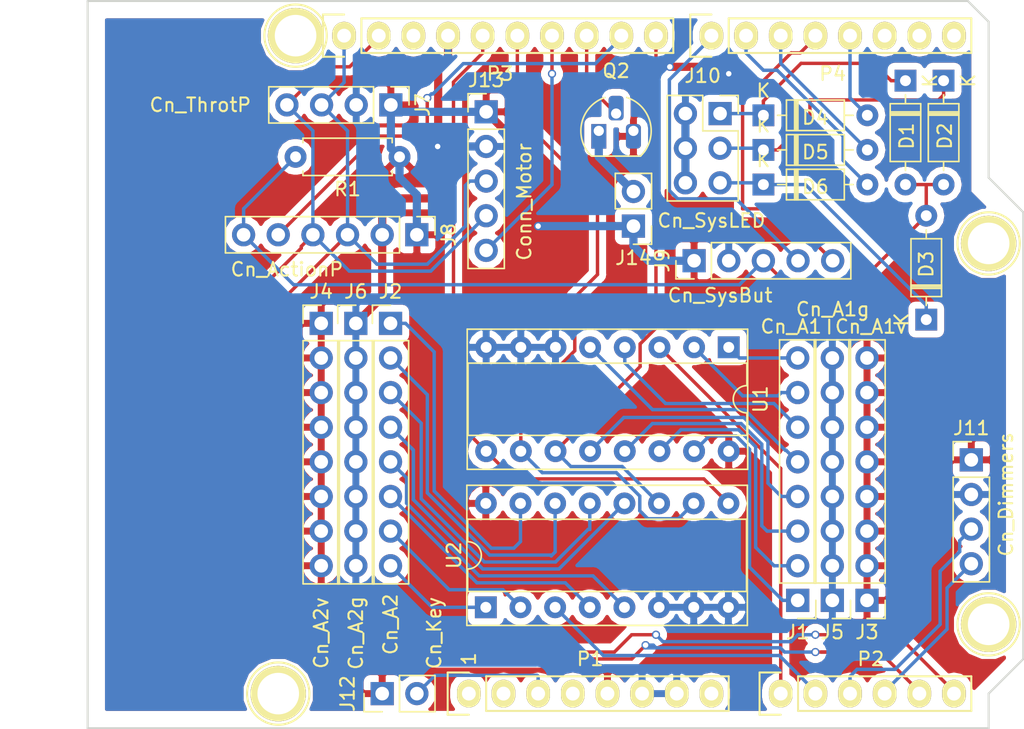
<source format=kicad_pcb>
(kicad_pcb (version 20171130) (host pcbnew "(5.0.1)-4")
  (title_block (date "lun. 30 mars 2015"))
  (layers (0 F.Cu signal) (31 B.Cu signal) (34 B.Paste user) (35 F.Paste user) (36 B.SilkS user) (37 F.SilkS user) (38 B.Mask user) (39 F.Mask user) (44 Edge.Cuts user))
  (net 0 "")
  (net 1 /IOREF)
  (net 2 /Reset)
  (net 3 +5V)
  (net 4 GND)
  (net 5 /Vin)
  (net 6 /A0)
  (net 7 /A1)
  (net 8 /A2)
  (net 9 /A3)
  (net 10 /AREF)
  (net 11 "/A4(SDA)")
  (net 12 "/A5(SCL)")
  (net 13 "/9(**)")
  (net 14 /8)
  (net 15 /7)
  (net 16 "/6(**)")
  (net 17 "/5(**)")
  (net 18 /4)
  (net 19 "/3(**)")
  (net 20 /2)
  (net 21 "/1(Tx)")
  (net 22 "/0(Rx)")
  (net 23 "Net-(P5-Pad1)")
  (net 24 "Net-(P6-Pad1)")
  (net 25 "Net-(P7-Pad1)")
  (net 26 "Net-(P8-Pad1)")
  (net 27 "/13(SCK)")
  (net 28 "/10(**/SS)")
  (net 29 "Net-(P1-Pad1)")
  (net 30 +3V3)
  (net 31 "/12(MISO)")
  (net 32 "/11(**/MOSI)")
  (net 33 /Cty)
  (net 34 /Ctx)
  (net 35 /Cry)
  (net 36 /Crx)
  (net 37 /Thr)
  (net 38 /T_z)
  (net 39 /T_y)
  (net 40 /T_x)
  (net 41 /R_x)
  (net 42 /R_y)
  (net 43 /R_z)
  (net 44 /Au1)
  (net 45 /Au2)
  (net 46 /Au3)
  (net 47 /Au4)
  (net 48 /Au5)
  (net 49 /Ltest)
  (net 50 "Net-(J14-Pad2)")
  (net 51 "Net-(D1-Pad1)")
  (net 52 "Net-(D2-Pad1)")
  (net 53 "Net-(D3-Pad1)")
  (module Socket_Arduino_Uno:Socket_Strip_Arduino_1x08 (layer F.Cu) (at 138.938 123.825)
    (fp_text reference P1 (at 8.89 -2.54) (layer F.SilkS))
    (fp_text value Power)
    (pad 1 thru_hole oval (at 0 0) (size 1.7272 2.032) (drill 1.016) (layers *.Cu *.Mask F.SilkS) (net 29 "Net-(P1-Pad1)"))
    (pad 2 thru_hole oval (at 2.54 0) (size 1.7272 2.032) (drill 1.016) (layers *.Cu *.Mask F.SilkS) (net 1 /IOREF))
    (pad 3 thru_hole oval (at 5.08 0) (size 1.7272 2.032) (drill 1.016) (layers *.Cu *.Mask F.SilkS) (net 2 /Reset))
    (pad 4 thru_hole oval (at 7.62 0) (size 1.7272 2.032) (drill 1.016) (layers *.Cu *.Mask F.SilkS) (net 30 +3V3))
    (pad 5 thru_hole oval (at 10.16 0) (size 1.7272 2.032) (drill 1.016) (layers *.Cu *.Mask F.SilkS) (net 3 +5V))
    (pad 6 thru_hole oval (at 12.7 0) (size 1.7272 2.032) (drill 1.016) (layers *.Cu *.Mask F.SilkS) (net 4 GND))
    (pad 7 thru_hole oval (at 15.24 0) (size 1.7272 2.032) (drill 1.016) (layers *.Cu *.Mask F.SilkS) (net 4 GND))
    (pad 8 thru_hole oval (at 17.78 0) (size 1.7272 2.032) (drill 1.016) (layers *.Cu *.Mask F.SilkS) (net 5 /Vin))
  )
  (module Socket_Arduino_Uno:Socket_Strip_Arduino_1x06 (layer F.Cu) (at 161.798 123.825)
    (fp_text reference P2 (at 6.604 -2.54) (layer F.SilkS))
    (fp_text value Analog)
    (pad 1 thru_hole oval (at 0 0) (size 1.7272 2.032) (drill 1.016) (layers *.Cu *.Mask F.SilkS) (net 6 /A0))
    (pad 2 thru_hole oval (at 2.54 0) (size 1.7272 2.032) (drill 1.016) (layers *.Cu *.Mask F.SilkS) (net 7 /A1))
    (pad 3 thru_hole oval (at 5.08 0) (size 1.7272 2.032) (drill 1.016) (layers *.Cu *.Mask F.SilkS) (net 8 /A2))
    (pad 4 thru_hole oval (at 7.62 0) (size 1.7272 2.032) (drill 1.016) (layers *.Cu *.Mask F.SilkS) (net 9 /A3))
    (pad 5 thru_hole oval (at 10.16 0) (size 1.7272 2.032) (drill 1.016) (layers *.Cu *.Mask F.SilkS) (net 11 "/A4(SDA)"))
    (pad 6 thru_hole oval (at 12.7 0) (size 1.7272 2.032) (drill 1.016) (layers *.Cu *.Mask F.SilkS) (net 12 "/A5(SCL)"))
  )
  (module Socket_Arduino_Uno:Socket_Strip_Arduino_1x10 (layer F.Cu) (at 129.794 75.565)
    (fp_text reference P3 (at 11.43 2.794) (layer F.SilkS))
    (fp_text value Digital)
    (pad 1 thru_hole oval (at 0 0) (size 1.7272 2.032) (drill 1.016) (layers *.Cu *.Mask F.SilkS) (net 12 "/A5(SCL)"))
    (pad 2 thru_hole oval (at 2.54 0) (size 1.7272 2.032) (drill 1.016) (layers *.Cu *.Mask F.SilkS) (net 11 "/A4(SDA)"))
    (pad 3 thru_hole oval (at 5.08 0) (size 1.7272 2.032) (drill 1.016) (layers *.Cu *.Mask F.SilkS) (net 10 /AREF))
    (pad 4 thru_hole oval (at 7.62 0) (size 1.7272 2.032) (drill 1.016) (layers *.Cu *.Mask F.SilkS) (net 4 GND))
    (pad 5 thru_hole oval (at 10.16 0) (size 1.7272 2.032) (drill 1.016) (layers *.Cu *.Mask F.SilkS) (net 27 "/13(SCK)"))
    (pad 6 thru_hole oval (at 12.7 0) (size 1.7272 2.032) (drill 1.016) (layers *.Cu *.Mask F.SilkS) (net 31 "/12(MISO)"))
    (pad 7 thru_hole oval (at 15.24 0) (size 1.7272 2.032) (drill 1.016) (layers *.Cu *.Mask F.SilkS) (net 32 "/11(**/MOSI)"))
    (pad 8 thru_hole oval (at 17.78 0) (size 1.7272 2.032) (drill 1.016) (layers *.Cu *.Mask F.SilkS) (net 28 "/10(**/SS)"))
    (pad 9 thru_hole oval (at 20.32 0) (size 1.7272 2.032) (drill 1.016) (layers *.Cu *.Mask F.SilkS) (net 13 "/9(**)"))
    (pad 10 thru_hole oval (at 22.86 0) (size 1.7272 2.032) (drill 1.016) (layers *.Cu *.Mask F.SilkS) (net 14 /8))
  )
  (module Socket_Arduino_Uno:Socket_Strip_Arduino_1x08 (layer F.Cu) (at 156.718 75.565)
    (fp_text reference P4 (at 8.89 2.794) (layer F.SilkS))
    (fp_text value Digital)
    (pad 1 thru_hole oval (at 0 0) (size 1.7272 2.032) (drill 1.016) (layers *.Cu *.Mask F.SilkS) (net 15 /7))
    (pad 2 thru_hole oval (at 2.54 0) (size 1.7272 2.032) (drill 1.016) (layers *.Cu *.Mask F.SilkS) (net 16 "/6(**)"))
    (pad 3 thru_hole oval (at 5.08 0) (size 1.7272 2.032) (drill 1.016) (layers *.Cu *.Mask F.SilkS) (net 17 "/5(**)"))
    (pad 4 thru_hole oval (at 7.62 0) (size 1.7272 2.032) (drill 1.016) (layers *.Cu *.Mask F.SilkS) (net 18 /4))
    (pad 5 thru_hole oval (at 10.16 0) (size 1.7272 2.032) (drill 1.016) (layers *.Cu *.Mask F.SilkS) (net 19 "/3(**)"))
    (pad 6 thru_hole oval (at 12.7 0) (size 1.7272 2.032) (drill 1.016) (layers *.Cu *.Mask F.SilkS) (net 20 /2))
    (pad 7 thru_hole oval (at 15.24 0) (size 1.7272 2.032) (drill 1.016) (layers *.Cu *.Mask F.SilkS) (net 21 "/1(Tx)"))
    (pad 8 thru_hole oval (at 17.78 0) (size 1.7272 2.032) (drill 1.016) (layers *.Cu *.Mask F.SilkS) (net 22 "/0(Rx)"))
  )
  (module Socket_Arduino_Uno:Arduino_1pin (layer F.Cu) (at 124.968 123.825)
    (fp_text reference P5 hide)
    (fp_text value CONN_01X01 hide)
    (pad 1 thru_hole circle (at 0 0) (size 4.064 4.064) (drill 3.048) (layers *.Cu *.Mask F.SilkS) (net 23 "Net-(P5-Pad1)"))
  )
  (module Socket_Arduino_Uno:Arduino_1pin (layer F.Cu) (at 177.038 118.745)
    (fp_text reference P6 hide)
    (fp_text value CONN_01X01 hide)
    (pad 1 thru_hole circle (at 0 0) (size 4.064 4.064) (drill 3.048) (layers *.Cu *.Mask F.SilkS) (net 24 "Net-(P6-Pad1)"))
  )
  (module Socket_Arduino_Uno:Arduino_1pin (layer F.Cu) (at 126.238 75.565)
    (fp_text reference P7 hide)
    (fp_text value CONN_01X01 hide)
    (pad 1 thru_hole circle (at 0 0) (size 4.064 4.064) (drill 3.048) (layers *.Cu *.Mask F.SilkS) (net 25 "Net-(P7-Pad1)"))
  )
  (module Socket_Arduino_Uno:Arduino_1pin (layer F.Cu) (at 177.038 90.805)
    (fp_text reference P8 hide)
    (fp_text value CONN_01X01 hide)
    (pad 1 thru_hole circle (at 0 0) (size 4.064 4.064) (drill 3.048) (layers *.Cu *.Mask F.SilkS) (net 26 "Net-(P8-Pad1)"))
  )
  (module Diode_THT:D_DO-35_SOD27_P7.62mm_Horizontal (layer F.Cu) (at 170.942 78.867 270)
    (fp_text reference D1 (at 4.064 -0.088 270) (layer F.SilkS))
    (fp_text value D)
    (fp_text user K (at 0 -1.8 270) (layer F.SilkS))
    (pad 2 thru_hole oval (at 7.62 0 270) (size 1.6 1.6) (drill 0.8) (layers *.Cu *.Mask) (net 49 /Ltest))
    (pad 1 thru_hole rect (at 0 0 270) (size 1.6 1.6) (drill 0.8) (layers *.Cu *.Mask) (net 51 "Net-(D1-Pad1)"))
  )
  (module Diode_THT:D_DO-35_SOD27_P7.62mm_Horizontal (layer F.Cu) (at 173.736 78.867 270)
    (fp_text reference D2 (at 4.064 -0.088 270) (layer F.SilkS))
    (fp_text value D)
    (fp_text user K (at 0 -1.8 270) (layer F.SilkS))
    (pad 1 thru_hole rect (at 0 0 270) (size 1.6 1.6) (drill 0.8) (layers *.Cu *.Mask) (net 52 "Net-(D2-Pad1)"))
    (pad 2 thru_hole oval (at 7.62 0 270) (size 1.6 1.6) (drill 0.8) (layers *.Cu *.Mask) (net 49 /Ltest))
  )
  (module Diode_THT:D_DO-35_SOD27_P7.62mm_Horizontal (layer F.Cu) (at 172.466 96.393 90)
    (fp_text reference D3 (at 4.064 0 90) (layer F.SilkS))
    (fp_text value D)
    (fp_text user K (at 0 -1.8 90) (layer F.SilkS))
    (pad 1 thru_hole rect (at 0 0 90) (size 1.6 1.6) (drill 0.8) (layers *.Cu *.Mask) (net 53 "Net-(D3-Pad1)"))
    (pad 2 thru_hole oval (at 7.62 0 90) (size 1.6 1.6) (drill 0.8) (layers *.Cu *.Mask) (net 49 /Ltest))
  )
  (module Connector_PinHeader_2.54mm:PinHeader_1x08_P2.54mm_Vertical (layer F.Cu) (at 163.042662 116.986304 180)
    (fp_text reference J1 (at 0 -2.33 180) (layer F.SilkS))
    (fp_text value Cn_A1 (at 0.482662 20.085304) (layer F.SilkS))
    (pad 8 thru_hole oval (at 0 17.78 180) (size 1.7 1.7) (drill 1) (layers *.Cu *.Mask) (net 36 /Crx))
    (pad 7 thru_hole oval (at 0 15.24 180) (size 1.7 1.7) (drill 1) (layers *.Cu *.Mask) (net 34 /Ctx))
    (pad 6 thru_hole oval (at 0 12.7 180) (size 1.7 1.7) (drill 1) (layers *.Cu *.Mask) (net 33 /Cty))
    (pad 5 thru_hole oval (at 0 10.16 180) (size 1.7 1.7) (drill 1) (layers *.Cu *.Mask) (net 35 /Cry))
    (pad 4 thru_hole oval (at 0 7.62 180) (size 1.7 1.7) (drill 1) (layers *.Cu *.Mask) (net 37 /Thr))
    (pad 3 thru_hole oval (at 0 5.08 180) (size 1.7 1.7) (drill 1) (layers *.Cu *.Mask) (net 40 /T_x))
    (pad 2 thru_hole oval (at 0 2.54 180) (size 1.7 1.7) (drill 1) (layers *.Cu *.Mask) (net 39 /T_y))
    (pad 1 thru_hole rect (at 0 0 180) (size 1.7 1.7) (drill 1) (layers *.Cu *.Mask) (net 38 /T_z))
  )
  (module Connector_PinHeader_2.54mm:PinHeader_1x08_P2.54mm_Vertical (layer F.Cu) (at 133.197662 96.666304)
    (fp_text reference J2 (at 0 -2.33) (layer F.SilkS))
    (fp_text value Cn_A2 (at 0 22.078696 90) (layer F.SilkS))
    (pad 1 thru_hole rect (at 0 0) (size 1.7 1.7) (drill 1) (layers *.Cu *.Mask) (net 43 /R_z))
    (pad 2 thru_hole oval (at 0 2.54) (size 1.7 1.7) (drill 1) (layers *.Cu *.Mask) (net 42 /R_y))
    (pad 3 thru_hole oval (at 0 5.08) (size 1.7 1.7) (drill 1) (layers *.Cu *.Mask) (net 41 /R_x))
    (pad 4 thru_hole oval (at 0 7.62) (size 1.7 1.7) (drill 1) (layers *.Cu *.Mask) (net 44 /Au1))
    (pad 5 thru_hole oval (at 0 10.16) (size 1.7 1.7) (drill 1) (layers *.Cu *.Mask) (net 46 /Au3))
    (pad 6 thru_hole oval (at 0 12.7) (size 1.7 1.7) (drill 1) (layers *.Cu *.Mask) (net 48 /Au5))
    (pad 7 thru_hole oval (at 0 15.24) (size 1.7 1.7) (drill 1) (layers *.Cu *.Mask) (net 47 /Au4))
    (pad 8 thru_hole oval (at 0 17.78) (size 1.7 1.7) (drill 1) (layers *.Cu *.Mask) (net 45 /Au2))
  )
  (module Connector_PinHeader_2.54mm:PinHeader_1x08_P2.54mm_Vertical (layer F.Cu) (at 168.122662 116.986304 180)
    (fp_text reference J3 (at 0 -2.33 180) (layer F.SilkS))
    (fp_text value Cn_A1v (at -0.279338 20.085304) (layer F.SilkS))
    (pad 1 thru_hole rect (at 0 0 180) (size 1.7 1.7) (drill 1) (layers *.Cu *.Mask) (net 3 +5V))
    (pad 2 thru_hole oval (at 0 2.54 180) (size 1.7 1.7) (drill 1) (layers *.Cu *.Mask) (net 3 +5V))
    (pad 3 thru_hole oval (at 0 5.08 180) (size 1.7 1.7) (drill 1) (layers *.Cu *.Mask) (net 3 +5V))
    (pad 4 thru_hole oval (at 0 7.62 180) (size 1.7 1.7) (drill 1) (layers *.Cu *.Mask) (net 3 +5V))
    (pad 5 thru_hole oval (at 0 10.16 180) (size 1.7 1.7) (drill 1) (layers *.Cu *.Mask) (net 3 +5V))
    (pad 6 thru_hole oval (at 0 12.7 180) (size 1.7 1.7) (drill 1) (layers *.Cu *.Mask) (net 3 +5V))
    (pad 7 thru_hole oval (at 0 15.24 180) (size 1.7 1.7) (drill 1) (layers *.Cu *.Mask) (net 3 +5V))
    (pad 8 thru_hole oval (at 0 17.78 180) (size 1.7 1.7) (drill 1) (layers *.Cu *.Mask) (net 3 +5V))
  )
  (module Connector_PinHeader_2.54mm:PinHeader_1x08_P2.54mm_Vertical (layer F.Cu) (at 128.117662 96.666304)
    (fp_text reference J4 (at 0 -2.33) (layer F.SilkS))
    (fp_text value Cn_A2v (at 0 22.713696 90) (layer F.SilkS))
    (pad 1 thru_hole rect (at 0 0) (size 1.7 1.7) (drill 1) (layers *.Cu *.Mask) (net 3 +5V))
    (pad 2 thru_hole oval (at 0 2.54) (size 1.7 1.7) (drill 1) (layers *.Cu *.Mask) (net 3 +5V))
    (pad 3 thru_hole oval (at 0 5.08) (size 1.7 1.7) (drill 1) (layers *.Cu *.Mask) (net 3 +5V))
    (pad 4 thru_hole oval (at 0 7.62) (size 1.7 1.7) (drill 1) (layers *.Cu *.Mask) (net 3 +5V))
    (pad 5 thru_hole oval (at 0 10.16) (size 1.7 1.7) (drill 1) (layers *.Cu *.Mask) (net 3 +5V))
    (pad 6 thru_hole oval (at 0 12.7) (size 1.7 1.7) (drill 1) (layers *.Cu *.Mask) (net 3 +5V))
    (pad 7 thru_hole oval (at 0 15.24) (size 1.7 1.7) (drill 1) (layers *.Cu *.Mask) (net 3 +5V))
    (pad 8 thru_hole oval (at 0 17.78) (size 1.7 1.7) (drill 1) (layers *.Cu *.Mask) (net 3 +5V))
  )
  (module Connector_PinHeader_2.54mm:PinHeader_1x08_P2.54mm_Vertical (layer F.Cu) (at 165.582662 116.986304 180)
    (fp_text reference J5 (at 0 -2.33 180) (layer F.SilkS))
    (fp_text value Cn_A1g (at -0.025338 21.355304) (layer F.SilkS))
    (pad 8 thru_hole oval (at 0 17.78 180) (size 1.7 1.7) (drill 1) (layers *.Cu *.Mask) (net 4 GND))
    (pad 7 thru_hole oval (at 0 15.24 180) (size 1.7 1.7) (drill 1) (layers *.Cu *.Mask) (net 4 GND))
    (pad 6 thru_hole oval (at 0 12.7 180) (size 1.7 1.7) (drill 1) (layers *.Cu *.Mask) (net 4 GND))
    (pad 5 thru_hole oval (at 0 10.16 180) (size 1.7 1.7) (drill 1) (layers *.Cu *.Mask) (net 4 GND))
    (pad 4 thru_hole oval (at 0 7.62 180) (size 1.7 1.7) (drill 1) (layers *.Cu *.Mask) (net 4 GND))
    (pad 3 thru_hole oval (at 0 5.08 180) (size 1.7 1.7) (drill 1) (layers *.Cu *.Mask) (net 4 GND))
    (pad 2 thru_hole oval (at 0 2.54 180) (size 1.7 1.7) (drill 1) (layers *.Cu *.Mask) (net 4 GND))
    (pad 1 thru_hole rect (at 0 0 180) (size 1.7 1.7) (drill 1) (layers *.Cu *.Mask) (net 4 GND))
  )
  (module Connector_PinHeader_2.54mm:PinHeader_1x08_P2.54mm_Vertical (layer F.Cu) (at 130.657662 96.666304)
    (fp_text reference J6 (at 0 -2.33) (layer F.SilkS))
    (fp_text value Cn_A2g (at 0 22.713696 90) (layer F.SilkS))
    (pad 8 thru_hole oval (at 0 17.78) (size 1.7 1.7) (drill 1) (layers *.Cu *.Mask) (net 4 GND))
    (pad 7 thru_hole oval (at 0 15.24) (size 1.7 1.7) (drill 1) (layers *.Cu *.Mask) (net 4 GND))
    (pad 6 thru_hole oval (at 0 12.7) (size 1.7 1.7) (drill 1) (layers *.Cu *.Mask) (net 4 GND))
    (pad 5 thru_hole oval (at 0 10.16) (size 1.7 1.7) (drill 1) (layers *.Cu *.Mask) (net 4 GND))
    (pad 4 thru_hole oval (at 0 7.62) (size 1.7 1.7) (drill 1) (layers *.Cu *.Mask) (net 4 GND))
    (pad 3 thru_hole oval (at 0 5.08) (size 1.7 1.7) (drill 1) (layers *.Cu *.Mask) (net 4 GND))
    (pad 2 thru_hole oval (at 0 2.54) (size 1.7 1.7) (drill 1) (layers *.Cu *.Mask) (net 4 GND))
    (pad 1 thru_hole rect (at 0 0) (size 1.7 1.7) (drill 1) (layers *.Cu *.Mask) (net 4 GND))
  )
  (module Connector_PinHeader_2.54mm:PinHeader_1x04_P2.54mm_Vertical (layer F.Cu) (at 133.223 80.645 270)
    (fp_text reference J7 (at 0 -2.33 270) (layer F.SilkS))
    (fp_text value Cn_ThrotP (at 0 13.97 180) (layer F.SilkS))
    (pad 4 thru_hole oval (at 0 7.62 270) (size 1.7 1.7) (drill 1) (layers *.Cu *.Mask) (net 11 "/A4(SDA)"))
    (pad 3 thru_hole oval (at 0 5.08 270) (size 1.7 1.7) (drill 1) (layers *.Cu *.Mask) (net 12 "/A5(SCL)"))
    (pad 2 thru_hole oval (at 0 2.54 270) (size 1.7 1.7) (drill 1) (layers *.Cu *.Mask) (net 4 GND))
    (pad 1 thru_hole rect (at 0 0 270) (size 1.7 1.7) (drill 1) (layers *.Cu *.Mask) (net 3 +5V))
  )
  (module Connector_PinHeader_2.54mm:PinHeader_1x06_P2.54mm_Vertical (layer F.Cu) (at 135.128 90.17 270)
    (fp_text reference J8 (at 0 -2.33 270) (layer F.SilkS))
    (fp_text value Cn_ActionP (at 2.54 9.525) (layer F.SilkS))
    (pad 1 thru_hole rect (at 0 0 270) (size 1.7 1.7) (drill 1) (layers *.Cu *.Mask) (net 3 +5V))
    (pad 2 thru_hole oval (at 0 2.54 270) (size 1.7 1.7) (drill 1) (layers *.Cu *.Mask) (net 4 GND))
    (pad 3 thru_hole oval (at 0 5.08 270) (size 1.7 1.7) (drill 1) (layers *.Cu *.Mask) (net 12 "/A5(SCL)"))
    (pad 4 thru_hole oval (at 0 7.62 270) (size 1.7 1.7) (drill 1) (layers *.Cu *.Mask) (net 11 "/A4(SDA)"))
    (pad 5 thru_hole oval (at 0 10.16 270) (size 1.7 1.7) (drill 1) (layers *.Cu *.Mask) (net 13 "/9(**)"))
    (pad 6 thru_hole oval (at 0 12.7 270) (size 1.7 1.7) (drill 1) (layers *.Cu *.Mask) (net 49 /Ltest))
  )
  (module Connector_PinHeader_2.54mm:PinHeader_1x05_P2.54mm_Vertical (layer F.Cu) (at 155.448 92.075 90)
    (fp_text reference J9 (at 0 -2.33 90) (layer F.SilkS))
    (fp_text value Cn_SysBut (at -2.54 1.905 180) (layer F.SilkS))
    (pad 1 thru_hole rect (at 0 0 90) (size 1.7 1.7) (drill 1) (layers *.Cu *.Mask) (net 3 +5V))
    (pad 2 thru_hole oval (at 0 2.54 90) (size 1.7 1.7) (drill 1) (layers *.Cu *.Mask) (net 4 GND))
    (pad 3 thru_hole oval (at 0 5.08 90) (size 1.7 1.7) (drill 1) (layers *.Cu *.Mask) (net 49 /Ltest))
    (pad 4 thru_hole oval (at 0 7.62 90) (size 1.7 1.7) (drill 1) (layers *.Cu *.Mask) (net 15 /7))
    (pad 5 thru_hole oval (at 0 10.16 90) (size 1.7 1.7) (drill 1) (layers *.Cu *.Mask) (net 18 /4))
  )
  (module Connector_PinHeader_2.54mm:PinHeader_1x04_P2.54mm_Vertical (layer F.Cu) (at 175.768 106.68)
    (fp_text reference J11 (at 0 -2.33) (layer F.SilkS))
    (fp_text value Cn_Dimmers (at 2.54 2.54 -90) (layer F.SilkS))
    (pad 1 thru_hole rect (at 0 0) (size 1.7 1.7) (drill 1) (layers *.Cu *.Mask) (net 3 +5V))
    (pad 2 thru_hole oval (at 0 2.54) (size 1.7 1.7) (drill 1) (layers *.Cu *.Mask) (net 4 GND))
    (pad 3 thru_hole oval (at 0 5.08) (size 1.7 1.7) (drill 1) (layers *.Cu *.Mask) (net 8 /A2))
    (pad 4 thru_hole oval (at 0 7.62) (size 1.7 1.7) (drill 1) (layers *.Cu *.Mask) (net 9 /A3))
  )
  (module Connector_PinHeader_2.54mm:PinHeader_1x02_P2.54mm_Vertical (layer F.Cu) (at 132.588 123.825 90)
    (fp_text reference J12 (at 0 -2.54 90) (layer F.SilkS))
    (fp_text value Cn_Key (at 4.445 3.81 270) (layer F.SilkS))
    (pad 2 thru_hole oval (at 0 2.54 90) (size 1.7 1.7) (drill 1) (layers *.Cu *.Mask) (net 2 /Reset))
    (pad 1 thru_hole rect (at 0 0 90) (size 1.7 1.7) (drill 1) (layers *.Cu *.Mask) (net 3 +5V))
  )
  (module Connector_PinHeader_2.54mm:PinHeader_1x02_P2.54mm_Vertical (layer F.Cu) (at 151.003 89.535 180)
    (fp_text reference J14 (at 0 -2.33 180) (layer F.SilkS))
    (fp_text value Cn_Back)
    (pad 1 thru_hole rect (at 0 0 180) (size 1.7 1.7) (drill 1) (layers *.Cu *.Mask) (net 3 +5V))
    (pad 2 thru_hole oval (at 0 2.54 180) (size 1.7 1.7) (drill 1) (layers *.Cu *.Mask) (net 50 "Net-(J14-Pad2)"))
  )
  (module Package_TO_SOT_THT:TO-92_HandSolder (layer F.Cu) (at 148.463 82.55)
    (fp_text reference Q2 (at 1.27 -4.4) (layer F.SilkS))
    (fp_text value 2N2219)
    (pad 1 thru_hole rect (at 0 0) (size 1.1 1.8) (drill 0.75 (offset 0 0.4)) (layers *.Cu *.Mask) (net 50 "Net-(J14-Pad2)"))
    (pad 3 thru_hole roundrect (at 2.54 0) (size 1.1 1.8) (drill 0.75 (offset 0 0.4)) (layers *.Cu *.Mask) (net 3 +5V))
    (pad 2 thru_hole roundrect (at 1.27 -1.27) (size 1.1 1.8) (drill 0.75 (offset 0 -0.4)) (layers *.Cu *.Mask) (net 28 "/10(**/SS)"))
  )
  (module Resistor_THT:R_Axial_DIN0207_L6.3mm_D2.5mm_P7.62mm_Horizontal (layer F.Cu) (at 133.858 84.455 180)
    (fp_text reference R1 (at 3.81 -2.37 180) (layer F.SilkS))
    (fp_text value 10k)
    (pad 1 thru_hole circle (at 0 0 180) (size 1.6 1.6) (drill 0.8) (layers *.Cu *.Mask) (net 3 +5V))
    (pad 2 thru_hole oval (at 7.62 0 180) (size 1.6 1.6) (drill 0.8) (layers *.Cu *.Mask) (net 49 /Ltest))
  )
  (module Package_DIP:DIP-16_W7.62mm_Socket (layer F.Cu) (at 157.988 98.425 270)
    (fp_text reference U1 (at 3.81 -2.33 270) (layer F.SilkS))
    (fp_text value 74HC4051)
    (pad 1 thru_hole rect (at 0 0 270) (size 1.6 1.6) (drill 0.8) (layers *.Cu *.Mask) (net 36 /Crx))
    (pad 9 thru_hole oval (at 7.62 17.78 270) (size 1.6 1.6) (drill 0.8) (layers *.Cu *.Mask) (net 27 "/13(SCK)"))
    (pad 2 thru_hole oval (at 0 2.54 270) (size 1.6 1.6) (drill 0.8) (layers *.Cu *.Mask) (net 34 /Ctx))
    (pad 10 thru_hole oval (at 7.62 15.24 270) (size 1.6 1.6) (drill 0.8) (layers *.Cu *.Mask) (net 31 "/12(MISO)"))
    (pad 3 thru_hole oval (at 0 5.08 270) (size 1.6 1.6) (drill 0.8) (layers *.Cu *.Mask) (net 6 /A0))
    (pad 11 thru_hole oval (at 7.62 12.7 270) (size 1.6 1.6) (drill 0.8) (layers *.Cu *.Mask) (net 14 /8))
    (pad 4 thru_hole oval (at 0 7.62 270) (size 1.6 1.6) (drill 0.8) (layers *.Cu *.Mask) (net 33 /Cty))
    (pad 12 thru_hole oval (at 7.62 10.16 270) (size 1.6 1.6) (drill 0.8) (layers *.Cu *.Mask) (net 37 /Thr))
    (pad 5 thru_hole oval (at 0 10.16 270) (size 1.6 1.6) (drill 0.8) (layers *.Cu *.Mask) (net 35 /Cry))
    (pad 13 thru_hole oval (at 7.62 7.62 270) (size 1.6 1.6) (drill 0.8) (layers *.Cu *.Mask) (net 40 /T_x))
    (pad 6 thru_hole oval (at 0 12.7 270) (size 1.6 1.6) (drill 0.8) (layers *.Cu *.Mask) (net 4 GND))
    (pad 14 thru_hole oval (at 7.62 5.08 270) (size 1.6 1.6) (drill 0.8) (layers *.Cu *.Mask) (net 39 /T_y))
    (pad 7 thru_hole oval (at 0 15.24 270) (size 1.6 1.6) (drill 0.8) (layers *.Cu *.Mask) (net 4 GND))
    (pad 15 thru_hole oval (at 7.62 2.54 270) (size 1.6 1.6) (drill 0.8) (layers *.Cu *.Mask) (net 38 /T_z))
    (pad 8 thru_hole oval (at 0 17.78 270) (size 1.6 1.6) (drill 0.8) (layers *.Cu *.Mask) (net 4 GND))
    (pad 16 thru_hole oval (at 7.62 0 270) (size 1.6 1.6) (drill 0.8) (layers *.Cu *.Mask) (net 3 +5V))
  )
  (module Package_DIP:DIP-16_W7.62mm_Socket (layer F.Cu) (at 140.182662 117.494304 90)
    (fp_text reference U2 (at 3.81 -2.33 90) (layer F.SilkS))
    (fp_text value 74HC4051)
    (pad 16 thru_hole oval (at 7.62 0 90) (size 1.6 1.6) (drill 0.8) (layers *.Cu *.Mask) (net 3 +5V))
    (pad 8 thru_hole oval (at 0 17.78 90) (size 1.6 1.6) (drill 0.8) (layers *.Cu *.Mask) (net 4 GND))
    (pad 15 thru_hole oval (at 7.62 2.54 90) (size 1.6 1.6) (drill 0.8) (layers *.Cu *.Mask) (net 43 /R_z))
    (pad 7 thru_hole oval (at 0 15.24 90) (size 1.6 1.6) (drill 0.8) (layers *.Cu *.Mask) (net 4 GND))
    (pad 14 thru_hole oval (at 7.62 5.08 90) (size 1.6 1.6) (drill 0.8) (layers *.Cu *.Mask) (net 42 /R_y))
    (pad 6 thru_hole oval (at 0 12.7 90) (size 1.6 1.6) (drill 0.8) (layers *.Cu *.Mask) (net 4 GND))
    (pad 13 thru_hole oval (at 7.62 7.62 90) (size 1.6 1.6) (drill 0.8) (layers *.Cu *.Mask) (net 41 /R_x))
    (pad 5 thru_hole oval (at 0 10.16 90) (size 1.6 1.6) (drill 0.8) (layers *.Cu *.Mask) (net 46 /Au3))
    (pad 12 thru_hole oval (at 7.62 10.16 90) (size 1.6 1.6) (drill 0.8) (layers *.Cu *.Mask) (net 44 /Au1))
    (pad 4 thru_hole oval (at 0 7.62 90) (size 1.6 1.6) (drill 0.8) (layers *.Cu *.Mask) (net 48 /Au5))
    (pad 11 thru_hole oval (at 7.62 12.7 90) (size 1.6 1.6) (drill 0.8) (layers *.Cu *.Mask) (net 14 /8))
    (pad 3 thru_hole oval (at 0 5.08 90) (size 1.6 1.6) (drill 0.8) (layers *.Cu *.Mask) (net 7 /A1))
    (pad 10 thru_hole oval (at 7.62 15.24 90) (size 1.6 1.6) (drill 0.8) (layers *.Cu *.Mask) (net 31 "/12(MISO)"))
    (pad 2 thru_hole oval (at 0 2.54 90) (size 1.6 1.6) (drill 0.8) (layers *.Cu *.Mask) (net 47 /Au4))
    (pad 9 thru_hole oval (at 7.62 17.78 90) (size 1.6 1.6) (drill 0.8) (layers *.Cu *.Mask) (net 27 "/13(SCK)"))
    (pad 1 thru_hole rect (at 0 0 90) (size 1.6 1.6) (drill 0.8) (layers *.Cu *.Mask) (net 45 /Au2))
  )
  (module Connector_PinSocket_2.54mm:PinSocket_2x03_P2.54mm_Vertical (layer F.Cu) (at 157.353 81.28)
    (fp_text reference J10 (at -1.27 -2.77) (layer F.SilkS))
    (fp_text value Cn_SysLED (at -0.635 7.85) (layer F.SilkS))
    (pad 1 thru_hole rect (at 0 0) (size 1.7 1.7) (drill 1) (layers *.Cu *.Mask) (net 51 "Net-(D1-Pad1)"))
    (pad 2 thru_hole oval (at -2.54 0) (size 1.7 1.7) (drill 1) (layers *.Cu *.Mask) (net 4 GND))
    (pad 3 thru_hole oval (at 0 2.54) (size 1.7 1.7) (drill 1) (layers *.Cu *.Mask) (net 52 "Net-(D2-Pad1)"))
    (pad 4 thru_hole oval (at -2.54 2.54) (size 1.7 1.7) (drill 1) (layers *.Cu *.Mask) (net 4 GND))
    (pad 5 thru_hole oval (at 0 5.08) (size 1.7 1.7) (drill 1) (layers *.Cu *.Mask) (net 53 "Net-(D3-Pad1)"))
    (pad 6 thru_hole oval (at -2.54 5.08) (size 1.7 1.7) (drill 1) (layers *.Cu *.Mask) (net 4 GND))
  )
  (module Diode_THT:D_DO-35_SOD27_P7.62mm_Horizontal (layer F.Cu) (at 160.528 81.407)
    (fp_text reference D4 (at 3.81 0.166) (layer F.SilkS))
    (fp_text value D)
    (fp_text user K (at 0 -1.8) (layer F.SilkS))
    (pad 1 thru_hole rect (at 0 0) (size 1.6 1.6) (drill 0.8) (layers *.Cu *.Mask) (net 51 "Net-(D1-Pad1)"))
    (pad 2 thru_hole oval (at 7.62 0) (size 1.6 1.6) (drill 0.8) (layers *.Cu *.Mask) (net 19 "/3(**)"))
  )
  (module Diode_THT:D_DO-35_SOD27_P7.62mm_Horizontal (layer F.Cu) (at 160.528 83.947)
    (fp_text reference D5 (at 3.81 0.166) (layer F.SilkS))
    (fp_text value D)
    (fp_text user K (at 0 -1.8) (layer F.SilkS))
    (pad 2 thru_hole oval (at 7.62 0) (size 1.6 1.6) (drill 0.8) (layers *.Cu *.Mask) (net 17 "/5(**)"))
    (pad 1 thru_hole rect (at 0 0) (size 1.6 1.6) (drill 0.8) (layers *.Cu *.Mask) (net 52 "Net-(D2-Pad1)"))
  )
  (module Diode_THT:D_DO-35_SOD27_P7.62mm_Horizontal (layer F.Cu) (at 160.528 86.487)
    (fp_text reference D6 (at 3.81 0.166) (layer F.SilkS))
    (fp_text value D)
    (fp_text user K (at 0 -1.8) (layer F.SilkS))
    (pad 1 thru_hole rect (at 0 0) (size 1.6 1.6) (drill 0.8) (layers *.Cu *.Mask) (net 53 "Net-(D3-Pad1)"))
    (pad 2 thru_hole oval (at 7.62 0) (size 1.6 1.6) (drill 0.8) (layers *.Cu *.Mask) (net 16 "/6(**)"))
  )
  (module Connector_PinHeader_2.54mm:PinHeader_1x05_P2.54mm_Vertical (layer F.Cu) (at 140.208 81.153)
    (fp_text reference J13 (at 0 -2.33) (layer F.SilkS))
    (fp_text value Conn_Motor (at 2.794 6.604 90) (layer F.SilkS))
    (pad 1 thru_hole rect (at 0 0) (size 1.7 1.7) (drill 1) (layers *.Cu *.Mask) (net 3 +5V))
    (pad 2 thru_hole oval (at 0 2.54) (size 1.7 1.7) (drill 1) (layers *.Cu *.Mask) (net 4 GND))
    (pad 3 thru_hole oval (at 0 5.08) (size 1.7 1.7) (drill 1) (layers *.Cu *.Mask) (net 12 "/A5(SCL)"))
    (pad 4 thru_hole oval (at 0 7.62) (size 1.7 1.7) (drill 1) (layers *.Cu *.Mask) (net 11 "/A4(SDA)"))
    (pad 5 thru_hole oval (at 0 10.16) (size 1.7 1.7) (drill 1) (layers *.Cu *.Mask) (net 32 "/11(**/MOSI)"))
  )
  (gr_line (start 165.354 96.393) (end 165.354 97.409) (layer F.SilkS) (width 0.15))
  (gr_text 1 (at 138.938 121.285 90) (layer F.SilkS) (effects (font (size 1 1))))
  (gr_line (start 177.038 74.549) (end 175.514 73.025) (angle 90) (layer Edge.Cuts) (width 0.15))
  (gr_line (start 177.038 85.979) (end 177.038 74.549) (angle 90) (layer Edge.Cuts) (width 0.15))
  (gr_line (start 179.578 88.519) (end 177.038 85.979) (angle 90) (layer Edge.Cuts) (width 0.15))
  (gr_line (start 179.578 121.285) (end 179.578 88.519) (angle 90) (layer Edge.Cuts) (width 0.15))
  (gr_line (start 177.038 123.825) (end 179.578 121.285) (angle 90) (layer Edge.Cuts) (width 0.15))
  (gr_line (start 177.038 126.365) (end 177.038 123.825) (angle 90) (layer Edge.Cuts) (width 0.15))
  (gr_line (start 110.998 126.365) (end 177.038 126.365) (angle 90) (layer Edge.Cuts) (width 0.15))
  (gr_line (start 110.998 73.025) (end 110.998 126.365) (angle 90) (layer Edge.Cuts) (width 0.15))
  (gr_line (start 175.514 73.025) (end 110.998 73.025) (angle 90) (layer Edge.Cuts) (width 0.15))
  (segment (start 135.977999 122.975001) (end 135.128 123.825) (width 0.25) (layer B.Cu) (net 2))
  (segment (start 136.46901 122.48399) (end 135.977999 122.975001) (width 0.25) (layer B.Cu) (net 2))
  (segment (start 143.94299 122.48399) (end 136.46901 122.48399) (width 0.25) (layer B.Cu) (net 2))
  (segment (start 144.018 122.559) (end 143.94299 122.48399) (width 0.25) (layer B.Cu) (net 2))
  (segment (start 144.018 123.825) (end 144.018 122.559) (width 0.25) (layer B.Cu) (net 2))
  (segment (start 151.003 90.985) (end 151.003 89.535) (width 0.6) (layer B.Cu) (net 3))
  (segment (start 152.093 92.075) (end 151.003 90.985) (width 0.6) (layer B.Cu) (net 3))
  (segment (start 155.448 92.075) (end 152.093 92.075) (width 0.6) (layer B.Cu) (net 3))
  (segment (start 133.731 81.153) (end 133.223 80.645) (width 0.6) (layer B.Cu) (net 3))
  (segment (start 140.208 81.153) (end 133.731 81.153) (width 0.6) (layer B.Cu) (net 3))
  (segment (start 133.223 83.82) (end 133.858 84.455) (width 0.6) (layer B.Cu) (net 3))
  (segment (start 133.223 80.645) (end 133.223 83.82) (width 0.6) (layer B.Cu) (net 3))
  (segment (start 133.858 84.455) (end 133.858 85.979) (width 0.6) (layer B.Cu) (net 3))
  (segment (start 135.128 87.249) (end 135.128 90.17) (width 0.6) (layer B.Cu) (net 3))
  (segment (start 133.858 85.979) (end 135.128 87.249) (width 0.6) (layer B.Cu) (net 3))
  (segment (start 151.003 89.535) (end 144.018 89.535) (width 0.6) (layer B.Cu) (net 3))
  (via (at 144.018 89.535) (size 0.6) (drill 0.4) (layers F.Cu B.Cu) (net 3))
  (segment (start 144.018 89.110736) (end 143.256 88.348736) (width 0.6) (layer F.Cu) (net 3))
  (segment (start 144.018 89.535) (end 144.018 89.110736) (width 0.6) (layer F.Cu) (net 3))
  (segment (start 143.256 84.201) (end 140.208 81.153) (width 0.6) (layer F.Cu) (net 3))
  (segment (start 143.256 88.348736) (end 143.256 84.201) (width 0.6) (layer F.Cu) (net 3))
  (via (at 157.988 78.359) (size 0.6) (drill 0.4) (layers F.Cu B.Cu) (net 4))
  (segment (start 132.588 94.735966) (end 130.657662 96.666304) (width 0.6) (layer F.Cu) (net 4))
  (segment (start 132.588 90.17) (end 132.588 94.735966) (width 0.6) (layer F.Cu) (net 4))
  (segment (start 154.813 86.36) (end 154.813 83.82) (width 0.6) (layer B.Cu) (net 4))
  (segment (start 154.813 83.82) (end 154.813 81.28) (width 0.6) (layer B.Cu) (net 4))
  (via (at 153.67 77.851) (size 0.6) (drill 0.4) (layers F.Cu B.Cu) (net 4))
  (segment (start 157.48 77.851) (end 157.988 78.359) (width 0.6) (layer F.Cu) (net 4))
  (segment (start 153.67 77.851) (end 157.48 77.851) (width 0.6) (layer F.Cu) (net 4))
  (segment (start 140.208 83.693) (end 136.652 83.693) (width 0.6) (layer B.Cu) (net 4))
  (segment (start 136.690001 77.904999) (end 136.690001 83.654999) (width 0.6) (layer F.Cu) (net 4))
  (segment (start 137.414 75.565) (end 137.414 77.181) (width 0.6) (layer F.Cu) (net 4))
  (segment (start 137.414 77.181) (end 136.690001 77.904999) (width 0.6) (layer F.Cu) (net 4))
  (via (at 136.652 83.693) (size 0.6) (drill 0.4) (layers F.Cu B.Cu) (net 4))
  (segment (start 132.588 90.17) (end 132.588 88.773) (width 0.6) (layer F.Cu) (net 4))
  (segment (start 132.588 88.773) (end 133.858 87.503) (width 0.6) (layer F.Cu) (net 4))
  (segment (start 133.858 87.503) (end 136.652 87.503) (width 0.6) (layer F.Cu) (net 4))
  (segment (start 136.652 87.503) (end 136.652 83.693) (width 0.6) (layer F.Cu) (net 4))
  (segment (start 161.798 107.315) (end 152.908 98.425) (width 0.25) (layer F.Cu) (net 6))
  (segment (start 161.798 123.825) (end 161.798 107.315) (width 0.25) (layer F.Cu) (net 6))
  (segment (start 164.338 123.6726) (end 164.338 123.825) (width 0.25) (layer B.Cu) (net 7))
  (segment (start 161.6964 121.031) (end 164.338 123.6726) (width 0.25) (layer B.Cu) (net 7))
  (segment (start 148.799358 121.031) (end 161.6964 121.031) (width 0.25) (layer B.Cu) (net 7))
  (segment (start 145.262662 117.494304) (end 148.799358 121.031) (width 0.25) (layer B.Cu) (net 7))
  (segment (start 174.918001 113.410997) (end 173.482 114.846998) (width 0.25) (layer B.Cu) (net 8))
  (segment (start 175.768 111.76) (end 174.918001 112.609999) (width 0.25) (layer B.Cu) (net 8))
  (segment (start 174.918001 112.609999) (end 174.918001 113.410997) (width 0.25) (layer B.Cu) (net 8))
  (segment (start 173.482 114.846998) (end 173.482 118.745) (width 0.25) (layer B.Cu) (net 8))
  (segment (start 173.482 118.745) (end 170.18 122.047) (width 0.25) (layer B.Cu) (net 8))
  (segment (start 166.878 122.559) (end 166.878 123.825) (width 0.25) (layer B.Cu) (net 8))
  (segment (start 167.39 122.047) (end 166.878 122.559) (width 0.25) (layer B.Cu) (net 8))
  (segment (start 170.18 122.047) (end 167.39 122.047) (width 0.25) (layer B.Cu) (net 8))
  (segment (start 169.418 123.825) (end 169.418 123.6726) (width 0.25) (layer B.Cu) (net 9))
  (segment (start 169.418 123.6726) (end 173.99 119.1006) (width 0.25) (layer B.Cu) (net 9))
  (segment (start 173.99 116.078) (end 175.768 114.3) (width 0.25) (layer B.Cu) (net 9))
  (segment (start 173.99 119.1006) (end 173.99 116.078) (width 0.25) (layer B.Cu) (net 9))
  (segment (start 132.334 76.454) (end 132.334 75.565) (width 0.25) (layer B.Cu) (net 11))
  (segment (start 171.958 123.825) (end 171.958 123.6726) (width 0.25) (layer F.Cu) (net 11))
  (segment (start 132.334 75.7174) (end 130.2004 77.851) (width 0.25) (layer F.Cu) (net 11))
  (segment (start 132.334 75.565) (end 132.334 75.7174) (width 0.25) (layer F.Cu) (net 11))
  (segment (start 128.397 77.851) (end 125.603 80.645) (width 0.25) (layer F.Cu) (net 11))
  (segment (start 130.2004 77.851) (end 128.397 77.851) (width 0.25) (layer F.Cu) (net 11))
  (segment (start 171.958 123.6726) (end 169.0624 120.777) (width 0.25) (layer F.Cu) (net 11))
  (segment (start 169.0624 120.777) (end 164.338 120.777) (width 0.25) (layer F.Cu) (net 11))
  (via (at 164.338 120.777) (size 0.6) (drill 0.4) (layers F.Cu B.Cu) (net 11))
  (segment (start 164.338 120.777) (end 162.07881 120.777) (width 0.25) (layer B.Cu) (net 11))
  (segment (start 162.07881 120.777) (end 161.76682 120.46501) (width 0.25) (layer B.Cu) (net 11))
  (segment (start 149.606 120.777) (end 150.876 119.507) (width 0.25) (layer F.Cu) (net 12))
  (segment (start 129.99001 120.777) (end 149.606 120.777) (width 0.25) (layer F.Cu) (net 12))
  (segment (start 124.14801 114.935) (end 129.99001 120.777) (width 0.25) (layer F.Cu) (net 12))
  (segment (start 124.14801 96.06999) (end 124.14801 114.935) (width 0.25) (layer F.Cu) (net 12))
  (segment (start 130.048 90.17) (end 124.14801 96.06999) (width 0.25) (layer F.Cu) (net 12))
  (segment (start 130.048 90.17) (end 130.048 82.55) (width 0.25) (layer B.Cu) (net 12))
  (segment (start 130.048 82.55) (end 128.143 80.645) (width 0.25) (layer B.Cu) (net 12))
  (segment (start 169.0624 120.777) (end 164.762264 120.777) (width 0.25) (layer F.Cu) (net 11))
  (segment (start 129.794 76.454) (end 129.794 75.565) (width 0.25) (layer B.Cu) (net 12))
  (segment (start 174.498 123.825) (end 174.498 123.6726) (width 0.25) (layer F.Cu) (net 12))
  (segment (start 129.794 78.994) (end 128.461205 80.326795) (width 0.25) (layer B.Cu) (net 12))
  (segment (start 129.794 75.565) (end 129.794 78.994) (width 0.25) (layer B.Cu) (net 12))
  (segment (start 174.498 123.6726) (end 171.0944 120.269) (width 0.25) (layer F.Cu) (net 12))
  (segment (start 171.0944 120.269) (end 170.8404 120.015) (width 0.25) (layer F.Cu) (net 12))
  (segment (start 170.3324 119.507) (end 171.0944 120.269) (width 0.25) (layer F.Cu) (net 12))
  (segment (start 164.338 119.507) (end 170.3324 119.507) (width 0.25) (layer F.Cu) (net 12))
  (via (at 164.338 119.507) (size 0.6) (drill 0.4) (layers F.Cu B.Cu) (net 12))
  (segment (start 164.338 119.507) (end 163.068 119.507) (width 0.25) (layer B.Cu) (net 12))
  (segment (start 163.068 119.507) (end 162.56 120.015) (width 0.25) (layer B.Cu) (net 12))
  (segment (start 162.56 120.015) (end 153.162 120.015) (width 0.25) (layer B.Cu) (net 12))
  (segment (start 153.162 120.015) (end 152.654 119.507) (width 0.25) (layer B.Cu) (net 12))
  (via (at 152.654 119.507) (size 0.6) (drill 0.4) (layers F.Cu B.Cu) (net 12))
  (segment (start 127.508 82.55) (end 125.603 80.645) (width 0.25) (layer B.Cu) (net 11))
  (segment (start 127.508 90.17) (end 127.508 82.55) (width 0.25) (layer B.Cu) (net 11))
  (segment (start 152.654 120.46501) (end 151.83401 120.46501) (width 0.25) (layer B.Cu) (net 11))
  (via (at 151.892 120.269) (size 0.6) (drill 0.4) (layers F.Cu B.Cu) (net 11))
  (segment (start 126.658001 91.019999) (end 126.658001 91.146999) (width 0.25) (layer F.Cu) (net 11))
  (segment (start 127.508 90.17) (end 126.658001 91.019999) (width 0.25) (layer F.Cu) (net 11))
  (segment (start 126.658001 91.146999) (end 123.698 94.107) (width 0.25) (layer F.Cu) (net 11))
  (segment (start 123.698 94.107) (end 123.698 115.189) (width 0.25) (layer F.Cu) (net 11))
  (segment (start 123.698 115.189) (end 129.794 121.285) (width 0.25) (layer F.Cu) (net 11))
  (segment (start 130.175 92.837) (end 127.508 90.17) (width 0.25) (layer B.Cu) (net 11))
  (segment (start 140.208 88.773) (end 136.144 92.837) (width 0.25) (layer B.Cu) (net 11))
  (segment (start 136.144 92.837) (end 130.175 92.837) (width 0.25) (layer B.Cu) (net 11))
  (segment (start 151.892 120.269) (end 150.876 121.285) (width 0.25) (layer F.Cu) (net 11))
  (segment (start 129.794 121.285) (end 150.876 121.285) (width 0.25) (layer F.Cu) (net 11))
  (segment (start 152.45799 120.269) (end 152.654 120.46501) (width 0.25) (layer B.Cu) (net 11))
  (segment (start 151.892 120.269) (end 152.45799 120.269) (width 0.25) (layer B.Cu) (net 11))
  (segment (start 161.76682 120.46501) (end 152.654 120.46501) (width 0.25) (layer B.Cu) (net 11))
  (segment (start 150.876 119.507) (end 152.654 119.507) (width 0.25) (layer F.Cu) (net 12))
  (segment (start 139.005919 86.233) (end 138.684 86.554919) (width 0.25) (layer B.Cu) (net 12))
  (segment (start 140.208 86.233) (end 139.005919 86.233) (width 0.25) (layer B.Cu) (net 12))
  (segment (start 138.684 86.554919) (end 138.684 89.535) (width 0.25) (layer B.Cu) (net 12))
  (segment (start 138.684 89.535) (end 135.89 92.329) (width 0.25) (layer B.Cu) (net 12))
  (segment (start 132.207 92.329) (end 130.048 90.17) (width 0.25) (layer B.Cu) (net 12))
  (segment (start 135.89 92.329) (end 132.207 92.329) (width 0.25) (layer B.Cu) (net 12))
  (segment (start 150.114 75.4126) (end 150.114 75.565) (width 0.25) (layer F.Cu) (net 13))
  (segment (start 124.968 90.17) (end 131.826 83.312) (width 0.25) (layer F.Cu) (net 13))
  (via (at 135.89 80.137) (size 0.6) (drill 0.4) (layers F.Cu B.Cu) (net 13))
  (segment (start 150.114 75.7174) (end 150.114 75.565) (width 0.25) (layer B.Cu) (net 13))
  (segment (start 148.216401 77.614999) (end 150.114 75.7174) (width 0.25) (layer B.Cu) (net 13))
  (segment (start 138.533591 77.614999) (end 148.216401 77.614999) (width 0.25) (layer B.Cu) (net 13))
  (segment (start 136.311589 79.837001) (end 138.533591 77.614999) (width 0.25) (layer B.Cu) (net 13))
  (segment (start 136.189999 79.837001) (end 136.311589 79.837001) (width 0.25) (layer B.Cu) (net 13))
  (segment (start 135.89 80.137) (end 136.189999 79.837001) (width 0.25) (layer B.Cu) (net 13))
  (segment (start 135.89 80.137) (end 135.89 82.169) (width 0.25) (layer F.Cu) (net 13))
  (segment (start 135.89 82.169) (end 135.128 82.931) (width 0.25) (layer F.Cu) (net 13))
  (segment (start 135.128 82.931) (end 131.826 82.931) (width 0.25) (layer F.Cu) (net 13))
  (segment (start 131.826 82.931) (end 131.826 83.312) (width 0.25) (layer F.Cu) (net 13))
  (segment (start 146.087999 106.844999) (end 145.288 106.045) (width 0.25) (layer B.Cu) (net 14))
  (segment (start 146.413001 107.170001) (end 146.087999 106.844999) (width 0.25) (layer B.Cu) (net 14))
  (segment (start 150.178359 107.170001) (end 146.413001 107.170001) (width 0.25) (layer B.Cu) (net 14))
  (segment (start 152.882662 109.874304) (end 150.178359 107.170001) (width 0.25) (layer B.Cu) (net 14))
  (segment (start 146.087999 105.245001) (end 145.288 106.045) (width 0.25) (layer F.Cu) (net 14))
  (segment (start 151.493001 99.839999) (end 146.087999 105.245001) (width 0.25) (layer F.Cu) (net 14))
  (segment (start 151.493001 98.174997) (end 151.493001 99.839999) (width 0.25) (layer F.Cu) (net 14))
  (segment (start 152.654 97.013998) (end 151.493001 98.174997) (width 0.25) (layer F.Cu) (net 14))
  (segment (start 152.654 75.565) (end 152.654 97.013998) (width 0.25) (layer F.Cu) (net 14))
  (segment (start 156.718 75.7174) (end 156.718 75.565) (width 0.25) (layer B.Cu) (net 15))
  (segment (start 153.637999 78.797401) (end 156.718 75.7174) (width 0.25) (layer B.Cu) (net 15))
  (segment (start 153.637999 86.924001) (end 153.637999 78.797401) (width 0.25) (layer B.Cu) (net 15))
  (segment (start 154.248999 87.535001) (end 153.637999 86.924001) (width 0.25) (layer B.Cu) (net 15))
  (segment (start 158.528001 87.535001) (end 154.248999 87.535001) (width 0.25) (layer B.Cu) (net 15))
  (segment (start 163.068 92.075) (end 158.528001 87.535001) (width 0.25) (layer B.Cu) (net 15))
  (segment (start 159.258 75.565) (end 159.258 76.831) (width 0.25) (layer B.Cu) (net 16))
  (segment (start 159.258 76.831) (end 160.532 78.105) (width 0.25) (layer B.Cu) (net 16))
  (segment (start 160.532 78.105) (end 161.544 78.105) (width 0.25) (layer B.Cu) (net 16))
  (segment (start 161.544 78.105) (end 166.37 82.931) (width 0.25) (layer B.Cu) (net 16))
  (segment (start 166.37 84.709) (end 168.148 86.487) (width 0.25) (layer B.Cu) (net 16))
  (segment (start 166.37 82.931) (end 166.37 84.709) (width 0.25) (layer B.Cu) (net 16))
  (segment (start 161.798 75.565) (end 161.798 75.7174) (width 0.25) (layer B.Cu) (net 17))
  (segment (start 161.798 77.597) (end 168.148 83.947) (width 0.25) (layer B.Cu) (net 17))
  (segment (start 161.798 75.565) (end 161.798 77.597) (width 0.25) (layer B.Cu) (net 17))
  (segment (start 164.338 90.805) (end 165.608 92.075) (width 0.25) (layer F.Cu) (net 18))
  (segment (start 161.798 88.265) (end 165.608 92.075) (width 0.25) (layer F.Cu) (net 18))
  (segment (start 164.338 75.7174) (end 163.2244 76.831) (width 0.25) (layer F.Cu) (net 18))
  (segment (start 162.564 76.831) (end 159.004 80.391) (width 0.25) (layer F.Cu) (net 18))
  (segment (start 159.004 80.391) (end 159.004 88.265) (width 0.25) (layer F.Cu) (net 18))
  (segment (start 164.338 75.565) (end 164.338 75.7174) (width 0.25) (layer F.Cu) (net 18))
  (segment (start 163.2244 76.831) (end 162.564 76.831) (width 0.25) (layer F.Cu) (net 18))
  (segment (start 159.004 88.265) (end 161.798 88.265) (width 0.25) (layer F.Cu) (net 18))
  (segment (start 166.878 75.565) (end 166.878 75.7174) (width 0.25) (layer B.Cu) (net 19))
  (segment (start 166.878 80.137) (end 168.148 81.407) (width 0.25) (layer B.Cu) (net 19))
  (segment (start 166.878 75.565) (end 166.878 80.137) (width 0.25) (layer B.Cu) (net 19))
  (segment (start 157.962662 109.874304) (end 156.165358 108.077) (width 0.25) (layer F.Cu) (net 27))
  (segment (start 142.24 108.077) (end 140.208 106.045) (width 0.25) (layer F.Cu) (net 27))
  (segment (start 156.165358 108.077) (end 142.24 108.077) (width 0.25) (layer F.Cu) (net 27))
  (segment (start 139.408001 105.245001) (end 140.208 106.045) (width 0.25) (layer F.Cu) (net 27))
  (segment (start 137.812999 103.649999) (end 139.408001 105.245001) (width 0.25) (layer F.Cu) (net 27))
  (segment (start 137.812999 78.972001) (end 137.812999 103.649999) (width 0.25) (layer F.Cu) (net 27))
  (segment (start 139.954 76.831) (end 137.812999 78.972001) (width 0.25) (layer F.Cu) (net 27))
  (segment (start 139.954 75.565) (end 139.954 76.831) (width 0.25) (layer F.Cu) (net 27))
  (segment (start 147.574 79.121) (end 149.733 81.28) (width 0.25) (layer F.Cu) (net 28))
  (segment (start 147.574 75.565) (end 147.574 79.121) (width 0.25) (layer F.Cu) (net 28))
  (segment (start 143.547999 106.844999) (end 142.748 106.045) (width 0.25) (layer B.Cu) (net 31))
  (segment (start 144.323011 107.620011) (end 143.547999 106.844999) (width 0.25) (layer B.Cu) (net 31))
  (segment (start 149.753371 107.620011) (end 144.323011 107.620011) (width 0.25) (layer B.Cu) (net 31))
  (segment (start 151.467663 109.334303) (end 149.753371 107.620011) (width 0.25) (layer B.Cu) (net 31))
  (segment (start 151.467663 110.414305) (end 151.467663 109.334303) (width 0.25) (layer B.Cu) (net 31))
  (segment (start 152.052663 110.999305) (end 151.467663 110.414305) (width 0.25) (layer B.Cu) (net 31))
  (segment (start 154.297661 110.999305) (end 152.052663 110.999305) (width 0.25) (layer B.Cu) (net 31))
  (segment (start 155.422662 109.874304) (end 154.297661 110.999305) (width 0.25) (layer B.Cu) (net 31))
  (segment (start 148.368001 93.085001) (end 148.368001 87.281001) (width 0.25) (layer F.Cu) (net 31))
  (segment (start 146.702999 94.750003) (end 148.368001 93.085001) (width 0.25) (layer F.Cu) (net 31))
  (segment (start 146.702999 98.675003) (end 146.702999 94.750003) (width 0.25) (layer F.Cu) (net 31))
  (segment (start 142.748 106.045) (end 142.748 102.630002) (width 0.25) (layer F.Cu) (net 31))
  (segment (start 142.748 102.630002) (end 146.702999 98.675003) (width 0.25) (layer F.Cu) (net 31))
  (segment (start 142.494 81.407) (end 142.494 75.565) (width 0.25) (layer F.Cu) (net 31))
  (segment (start 148.368001 87.281001) (end 142.494 81.407) (width 0.25) (layer F.Cu) (net 31))
  (segment (start 145.034 75.565) (end 145.034 78.359) (width 0.25) (layer F.Cu) (net 32))
  (via (at 145.034 78.359) (size 0.6) (drill 0.4) (layers F.Cu B.Cu) (net 32))
  (segment (start 145.034 86.487) (end 140.208 91.313) (width 0.25) (layer B.Cu) (net 32))
  (segment (start 145.034 78.359) (end 145.034 86.487) (width 0.25) (layer B.Cu) (net 32))
  (segment (start 150.368 98.425) (end 150.368 99.55637) (width 0.25) (layer B.Cu) (net 33))
  (segment (start 162.192663 103.436305) (end 163.042662 104.286304) (width 0.25) (layer B.Cu) (net 33))
  (segment (start 161.303348 102.54699) (end 162.192663 103.436305) (width 0.25) (layer B.Cu) (net 33))
  (segment (start 153.35862 102.54699) (end 161.303348 102.54699) (width 0.25) (layer B.Cu) (net 33))
  (segment (start 150.368 99.55637) (end 153.35862 102.54699) (width 0.25) (layer B.Cu) (net 33))
  (segment (start 161.840581 101.746304) (end 161.605885 101.981) (width 0.25) (layer B.Cu) (net 34))
  (segment (start 163.042662 101.746304) (end 161.840581 101.746304) (width 0.25) (layer B.Cu) (net 34))
  (segment (start 159.004 101.981) (end 155.448 98.425) (width 0.25) (layer B.Cu) (net 34))
  (segment (start 161.605885 101.981) (end 159.004 101.981) (width 0.25) (layer B.Cu) (net 34))
  (segment (start 162.129947 105.976305) (end 159.150642 102.997) (width 0.25) (layer B.Cu) (net 35))
  (segment (start 163.042662 106.826304) (end 162.192663 105.976305) (width 0.25) (layer B.Cu) (net 35))
  (segment (start 162.192663 105.976305) (end 162.129947 105.976305) (width 0.25) (layer B.Cu) (net 35))
  (segment (start 152.4 102.997) (end 147.828 98.425) (width 0.25) (layer B.Cu) (net 35))
  (segment (start 159.150642 102.997) (end 152.4 102.997) (width 0.25) (layer B.Cu) (net 35))
  (segment (start 158.769304 99.206304) (end 157.988 98.425) (width 0.25) (layer B.Cu) (net 36))
  (segment (start 163.042662 99.206304) (end 158.769304 99.206304) (width 0.25) (layer B.Cu) (net 36))
  (segment (start 148.627999 105.245001) (end 147.828 106.045) (width 0.25) (layer B.Cu) (net 37))
  (segment (start 150.303031 103.569969) (end 148.627999 105.245001) (width 0.25) (layer B.Cu) (net 37))
  (segment (start 159.087201 103.569969) (end 150.303031 103.569969) (width 0.25) (layer B.Cu) (net 37))
  (segment (start 160.862027 105.344795) (end 159.087201 103.569969) (width 0.25) (layer B.Cu) (net 37))
  (segment (start 160.862028 108.387751) (end 160.862027 105.344795) (width 0.25) (layer B.Cu) (net 37))
  (segment (start 161.840581 109.366304) (end 160.862028 108.387751) (width 0.25) (layer B.Cu) (net 37))
  (segment (start 163.042662 109.366304) (end 161.840581 109.366304) (width 0.25) (layer B.Cu) (net 37))
  (segment (start 158.528001 104.919999) (end 159.512 105.903998) (width 0.25) (layer B.Cu) (net 38))
  (segment (start 155.448 106.045) (end 156.573001 104.919999) (width 0.25) (layer B.Cu) (net 38))
  (segment (start 156.573001 104.919999) (end 158.528001 104.919999) (width 0.25) (layer B.Cu) (net 38))
  (segment (start 161.942662 116.986304) (end 163.042662 116.986304) (width 0.25) (layer B.Cu) (net 38))
  (segment (start 159.512 114.555642) (end 161.942662 116.986304) (width 0.25) (layer B.Cu) (net 38))
  (segment (start 159.512 105.903998) (end 159.512 114.555642) (width 0.25) (layer B.Cu) (net 38))
  (segment (start 163.042662 114.446304) (end 161.309304 114.446304) (width 0.25) (layer B.Cu) (net 39))
  (segment (start 153.707999 105.245001) (end 152.908 106.045) (width 0.25) (layer B.Cu) (net 39))
  (segment (start 154.483011 104.469989) (end 153.707999 105.245001) (width 0.25) (layer B.Cu) (net 39))
  (segment (start 158.714401 104.469989) (end 154.483011 104.469989) (width 0.25) (layer B.Cu) (net 39))
  (segment (start 159.962009 105.717597) (end 158.714401 104.469989) (width 0.25) (layer B.Cu) (net 39))
  (segment (start 159.96201 113.09901) (end 159.962009 105.717597) (width 0.25) (layer B.Cu) (net 39))
  (segment (start 161.309304 114.446304) (end 159.96201 113.09901) (width 0.25) (layer B.Cu) (net 39))
  (segment (start 163.042662 111.906304) (end 160.801304 111.906304) (width 0.25) (layer B.Cu) (net 40))
  (segment (start 151.167999 105.245001) (end 150.368 106.045) (width 0.25) (layer B.Cu) (net 40))
  (segment (start 152.393021 104.019979) (end 151.167999 105.245001) (width 0.25) (layer B.Cu) (net 40))
  (segment (start 158.900801 104.019979) (end 152.393021 104.019979) (width 0.25) (layer B.Cu) (net 40))
  (segment (start 160.412018 105.531196) (end 158.900801 104.019979) (width 0.25) (layer B.Cu) (net 40))
  (segment (start 160.412018 111.517018) (end 160.412018 105.531196) (width 0.25) (layer B.Cu) (net 40))
  (segment (start 160.801304 111.906304) (end 160.412018 111.517018) (width 0.25) (layer B.Cu) (net 40))
  (segment (start 147.802662 109.874304) (end 147.802662 111.783928) (width 0.25) (layer B.Cu) (net 41))
  (segment (start 147.802662 111.783928) (end 147.677072 111.783928) (width 0.25) (layer B.Cu) (net 41))
  (segment (start 147.677072 111.783928) (end 145.288 114.173) (width 0.25) (layer B.Cu) (net 41))
  (segment (start 145.288 114.173) (end 140.08241 114.173) (width 0.25) (layer B.Cu) (net 41))
  (segment (start 140.08241 114.173) (end 135.446205 109.536795) (width 0.25) (layer B.Cu) (net 41))
  (segment (start 135.446205 103.994847) (end 133.197662 101.746304) (width 0.25) (layer B.Cu) (net 41))
  (segment (start 135.446205 109.536795) (end 135.446205 103.994847) (width 0.25) (layer B.Cu) (net 41))
  (segment (start 145.262662 109.874304) (end 145.262662 113.436338) (width 0.25) (layer B.Cu) (net 42))
  (segment (start 145.262662 113.436338) (end 144.97601 113.72299) (width 0.25) (layer B.Cu) (net 42))
  (segment (start 140.462 113.665) (end 135.896215 109.099215) (width 0.25) (layer B.Cu) (net 42))
  (segment (start 144.97601 113.72299) (end 144.91802 113.665) (width 0.25) (layer B.Cu) (net 42))
  (segment (start 144.91802 113.665) (end 140.462 113.665) (width 0.25) (layer B.Cu) (net 42))
  (segment (start 135.896215 101.904857) (end 133.197662 99.206304) (width 0.25) (layer B.Cu) (net 42))
  (segment (start 135.896215 109.099215) (end 135.896215 101.904857) (width 0.25) (layer B.Cu) (net 42))
  (segment (start 136.398 98.766642) (end 136.398 108.96459) (width 0.25) (layer B.Cu) (net 43))
  (segment (start 133.197662 96.666304) (end 134.297662 96.666304) (width 0.25) (layer B.Cu) (net 43))
  (segment (start 134.297662 96.666304) (end 136.398 98.766642) (width 0.25) (layer B.Cu) (net 43))
  (segment (start 136.398 108.96459) (end 140.59041 113.157) (width 0.25) (layer B.Cu) (net 43))
  (segment (start 140.59041 113.157) (end 142.24 113.157) (width 0.25) (layer B.Cu) (net 43))
  (segment (start 142.722662 112.674338) (end 142.722662 109.874304) (width 0.25) (layer B.Cu) (net 43))
  (segment (start 142.24 113.157) (end 142.722662 112.674338) (width 0.25) (layer B.Cu) (net 43))
  (segment (start 134.047661 105.136303) (end 133.197662 104.286304) (width 0.25) (layer B.Cu) (net 44))
  (segment (start 134.874 109.601) (end 134.874 105.962642) (width 0.25) (layer B.Cu) (net 44))
  (segment (start 134.874 105.962642) (end 134.702358 105.791) (width 0.25) (layer B.Cu) (net 44))
  (segment (start 134.702358 105.791) (end 134.047661 105.136303) (width 0.25) (layer B.Cu) (net 44))
  (segment (start 134.822673 105.911315) (end 134.702358 105.791) (width 0.25) (layer B.Cu) (net 44))
  (segment (start 150.342662 109.874304) (end 149.542663 110.674303) (width 0.25) (layer B.Cu) (net 44))
  (segment (start 149.542663 110.674303) (end 149.542663 110.680337) (width 0.25) (layer B.Cu) (net 44))
  (segment (start 149.542663 110.680337) (end 145.542 114.681) (width 0.25) (layer B.Cu) (net 44))
  (segment (start 139.954 114.681) (end 134.874 109.601) (width 0.25) (layer B.Cu) (net 44))
  (segment (start 145.542 114.681) (end 139.954 114.681) (width 0.25) (layer B.Cu) (net 44))
  (segment (start 136.245662 117.494304) (end 133.197662 114.446304) (width 0.25) (layer B.Cu) (net 45))
  (segment (start 140.182662 117.494304) (end 136.245662 117.494304) (width 0.25) (layer B.Cu) (net 45))
  (segment (start 134.047661 107.676303) (end 133.197662 106.826304) (width 0.25) (layer B.Cu) (net 46))
  (segment (start 134.372663 108.001305) (end 134.047661 107.676303) (width 0.25) (layer B.Cu) (net 46))
  (segment (start 134.372663 109.861663) (end 134.372663 108.001305) (width 0.25) (layer B.Cu) (net 46))
  (segment (start 139.7 115.189) (end 134.372663 109.861663) (width 0.25) (layer B.Cu) (net 46))
  (segment (start 148.037358 115.189) (end 139.7 115.189) (width 0.25) (layer B.Cu) (net 46))
  (segment (start 150.342662 117.494304) (end 148.037358 115.189) (width 0.25) (layer B.Cu) (net 46))
  (segment (start 133.197662 111.906304) (end 137.496358 116.205) (width 0.25) (layer B.Cu) (net 47))
  (segment (start 141.433358 116.205) (end 142.722662 117.494304) (width 0.25) (layer B.Cu) (net 47))
  (segment (start 137.496358 116.205) (end 141.433358 116.205) (width 0.25) (layer B.Cu) (net 47))
  (segment (start 147.802662 117.494304) (end 146.005358 115.697) (width 0.25) (layer B.Cu) (net 48))
  (segment (start 139.528358 115.697) (end 133.197662 109.366304) (width 0.25) (layer B.Cu) (net 48))
  (segment (start 146.005358 115.697) (end 139.528358 115.697) (width 0.25) (layer B.Cu) (net 48))
  (segment (start 122.428 88.265) (end 126.238 84.455) (width 0.25) (layer B.Cu) (net 49))
  (segment (start 122.428 90.17) (end 122.428 88.265) (width 0.25) (layer B.Cu) (net 49))
  (segment (start 126.093001 93.835001) (end 122.428 90.17) (width 0.25) (layer B.Cu) (net 49))
  (segment (start 160.528 92.075) (end 158.767999 93.835001) (width 0.25) (layer B.Cu) (net 49))
  (segment (start 158.767999 93.835001) (end 126.093001 93.835001) (width 0.25) (layer B.Cu) (net 49))
  (segment (start 170.942 86.487) (end 172.466 86.487) (width 0.25) (layer F.Cu) (net 49))
  (segment (start 172.466 86.487) (end 172.466 88.773) (width 0.25) (layer F.Cu) (net 49))
  (segment (start 172.466 86.487) (end 173.736 86.487) (width 0.25) (layer F.Cu) (net 49))
  (segment (start 172.466 88.773) (end 167.386 93.853) (width 0.25) (layer F.Cu) (net 49))
  (segment (start 162.306 93.853) (end 160.528 92.075) (width 0.25) (layer F.Cu) (net 49))
  (segment (start 167.386 93.853) (end 162.306 93.853) (width 0.25) (layer F.Cu) (net 49))
  (segment (start 148.463 84.455) (end 151.003 86.995) (width 0.6) (layer B.Cu) (net 50))
  (segment (start 148.463 82.55) (end 148.463 84.455) (width 0.6) (layer B.Cu) (net 50))
  (segment (start 160.401 81.28) (end 160.528 81.407) (width 0.25) (layer B.Cu) (net 51))
  (segment (start 157.353 81.28) (end 160.401 81.28) (width 0.25) (layer B.Cu) (net 51))
  (segment (start 160.528 80.357) (end 163.288 77.597) (width 0.25) (layer F.Cu) (net 51))
  (segment (start 160.528 81.407) (end 160.528 80.357) (width 0.25) (layer F.Cu) (net 51))
  (segment (start 163.288 77.597) (end 168.656 77.597) (width 0.25) (layer F.Cu) (net 51))
  (segment (start 169.892 78.867) (end 170.942 78.867) (width 0.25) (layer F.Cu) (net 51))
  (segment (start 168.656 77.631) (end 169.892 78.867) (width 0.25) (layer F.Cu) (net 51))
  (segment (start 168.656 77.597) (end 168.656 77.631) (width 0.25) (layer F.Cu) (net 51))
  (segment (start 160.401 83.82) (end 160.528 83.947) (width 0.25) (layer B.Cu) (net 52))
  (segment (start 157.353 83.82) (end 160.401 83.82) (width 0.25) (layer B.Cu) (net 52))
  (segment (start 173.371001 80.281999) (end 163.939001 80.281999) (width 0.25) (layer F.Cu) (net 52))
  (segment (start 173.736 78.867) (end 173.736 79.917) (width 0.25) (layer F.Cu) (net 52))
  (segment (start 173.736 79.917) (end 173.371001 80.281999) (width 0.25) (layer F.Cu) (net 52))
  (segment (start 161.578 83.947) (end 160.528 83.947) (width 0.25) (layer F.Cu) (net 52))
  (segment (start 163.939001 81.585999) (end 161.578 83.947) (width 0.25) (layer F.Cu) (net 52))
  (segment (start 163.939001 80.281999) (end 163.939001 81.585999) (width 0.25) (layer F.Cu) (net 52))
  (segment (start 160.401 86.36) (end 160.528 86.487) (width 0.25) (layer B.Cu) (net 53))
  (segment (start 157.353 86.36) (end 160.401 86.36) (width 0.25) (layer B.Cu) (net 53))
  (segment (start 163.61 86.487) (end 160.528 86.487) (width 0.25) (layer B.Cu) (net 53))
  (segment (start 172.466 95.343) (end 163.61 86.487) (width 0.25) (layer B.Cu) (net 53))
  (segment (start 172.466 96.393) (end 172.466 95.343) (width 0.25) (layer B.Cu) (net 53))
  (zone (net 4) (net_name GND) (layer B.Cu) (connect_pads (clearance 0.508)) (min_thickness 0.254) (fill yes (arc_segments 16) (thermal_gap 0.508) (thermal_bridge_width 0.508))
    (polygon (pts (xy 112.268 74.295) (xy 174.498 74.295) (xy 175.768 76.835) (xy 175.768 86.995) (xy 178.308 89.535) (xy 178.308 121.285) (xy 174.498 125.095) (xy 112.268 125.095)))
  )
  (zone (net 3) (net_name +5V) (layer F.Cu) (connect_pads (clearance 0.508)) (min_thickness 0.254) (fill yes (arc_segments 16) (thermal_gap 0.508) (thermal_bridge_width 0.508))
    (polygon (pts (xy 112.268 74.295) (xy 174.498 74.295) (xy 175.768 76.835) (xy 175.768 86.995) (xy 178.308 89.535) (xy 178.308 121.285) (xy 174.498 125.095) (xy 112.268 125.095)))
  )
)
</source>
